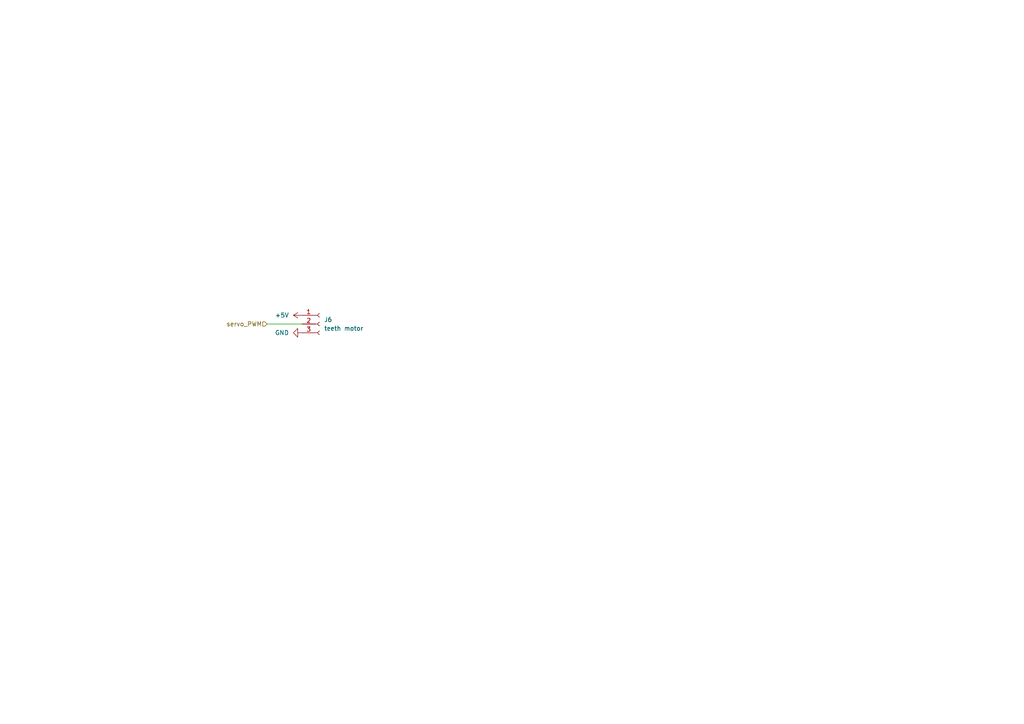
<source format=kicad_sch>
(kicad_sch (version 20231120) (generator "eeschema") (generator_version "8.0")
  (paper "A4")
  (lib_symbols
    (symbol "Connector:Conn_01x03_Socket" (pin_names (offset 1.016) hide)
      (property "Reference" "J" (at 0 5.08 0))
      (property "Value" "Conn_01x03_Socket" (at 0 -5.08 0))
      (symbol "Conn_01x03_Socket_1_1"
        (arc (start 0 -2.032) (mid -0.5058 -2.54) (end 0 -3.048) (stroke (width 0.1524)))
        (polyline (pts (xy -1.27 -2.54) (xy -0.508 -2.54)) (stroke (width 0.1524)))
        (polyline (pts (xy -1.27 0) (xy -0.508 0)) (stroke (width 0.1524)))
        (polyline (pts (xy -1.27 2.54) (xy -0.508 2.54)) (stroke (width 0.1524)))
        (arc (start 0 0.508) (mid -0.5058 0) (end 0 -0.508) (stroke (width 0.1524)))
        (arc (start 0 3.048) (mid -0.5058 2.54) (end 0 2.032) (stroke (width 0.1524)))
        (pin passive line (at -5.08 2.54 0) (length 3.81) (name "Pin_1") (number "1"))
        (pin passive line (at -5.08 0 0) (length 3.81) (name "Pin_2") (number "2"))
        (pin passive line (at -5.08 -2.54 0) (length 3.81) (name "Pin_3") (number "3"))
      )
    )
    (symbol "power:+5V" (power) (pin_numbers hide) (pin_names (offset 0) hide)
      (property "Value" "+5V" (at 0 3.556 0))
      (symbol "+5V_0_1"
        (polyline (pts (xy -0.762 1.27) (xy 0 2.54)))
        (polyline (pts (xy 0 0) (xy 0 2.54)))
        (polyline (pts (xy 0 2.54) (xy 0.762 1.27)))
      )
      (symbol "+5V_1_1"
        (pin power_in line (at 0 0 90) (length 0) (name "~") (number "1"))
      )
    )
    (symbol "power:GND" (power) (pin_numbers hide) (pin_names (offset 0) hide)
      (property "Value" "GND" (at 0 -3.81 0))
      (symbol "GND_0_1"
        (polyline (pts (xy 0 0) (xy 0 -1.27) (xy 1.27 -1.27) (xy 0 -2.54) (xy -1.27 -1.27) (xy 0 -1.27)))
      )
      (symbol "GND_1_1"
        (pin power_in line (at 0 0 270) (length 0) (name "~") (number "1"))
      )
    )
  )
  (wire (pts (xy 77.47 93.98) (xy 87.63 93.98)))
  (hierarchical_label "servo_PWM" (shape input) (at 77.47 93.98 180))
  (symbol (lib_id "power:GND") (at 87.63 96.52 270) (unit 1)
    (property "Reference" "#PWR019" (effects (hide yes)))
    (property "Value" "GND" (at 83.82 96.5199 90) (effects (justify right)))
    (property "Description" "Power symbol creates a global label with name \"GND\" , ground" (effects (hide yes)))
  )
  (symbol (lib_id "power:+5V") (at 87.63 91.44 90) (unit 1)
    (property "Reference" "#PWR020" (effects (hide yes)))
    (property "Value" "+5V" (at 83.82 91.4399 90) (effects (justify left)))
    (property "Description" "Power symbol creates a global label with name \"+5V\"" (effects (hide yes)))
  )
  (symbol (lib_id "Connector:Conn_01x03_Socket") (at 92.71 93.98 0) (unit 1)
    (property "Reference" "J6" (at 93.98 92.7099 0) (effects (justify left)))
    (property "Value" "teeth motor" (at 93.98 95.2499 0) (effects (justify left)))
    (property "Footprint" "Connector_PinSocket_2.54mm:PinSocket_1x03_P2.54mm_Vertical" (effects (hide yes)))
    (property "Description" "Generic connector, single row, 01x03, script generated" (effects (hide yes)))
  )
)
</source>
